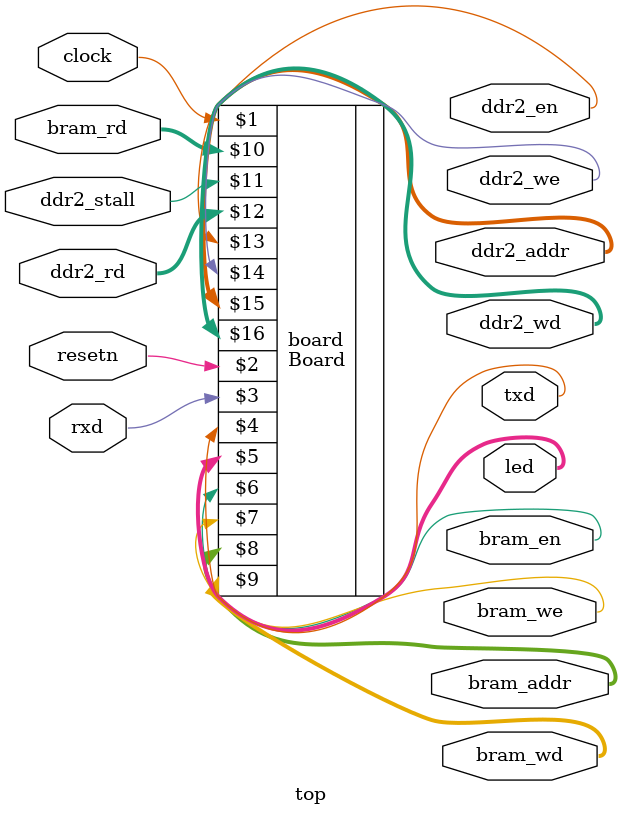
<source format=v>
`timescale 1ps/1ps

module top(
    input wire clock,
    input wire resetn,
    input wire rxd,
    output wire txd,
    output wire [15:0] led,
    
    output wire bram_en,
    output wire bram_we,
    output wire [31:0] bram_addr,
    output wire [31:0] bram_wd,
    input wire [31:0] bram_rd,
    
    input wire ddr2_stall,
    input wire [31:0] ddr2_rd,
    output wire ddr2_en,
    output wire ddr2_we,
    output wire [31:0] ddr2_addr,
    output wire [31:0] ddr2_wd
);
    Board board(clock, resetn, rxd, txd, led, bram_en, bram_we, bram_addr, bram_wd, bram_rd,
    ddr2_stall, ddr2_rd, ddr2_en, ddr2_we, ddr2_addr, ddr2_wd);
endmodule
</source>
